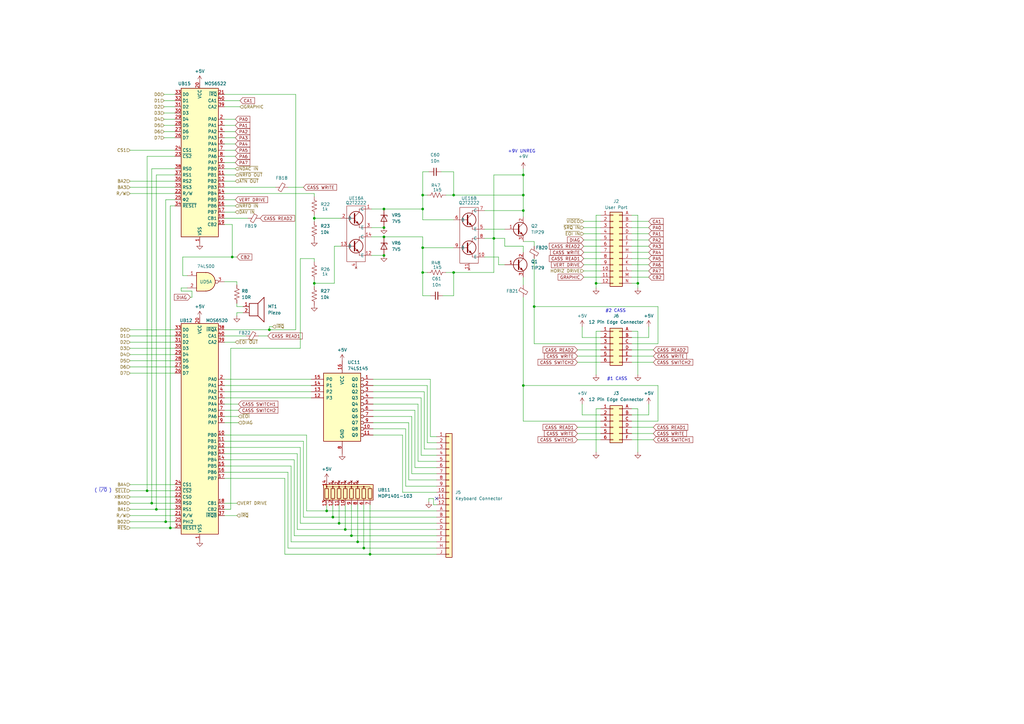
<source format=kicad_sch>
(kicad_sch (version 20250114) (generator "eeschema") (generator_version "9.0")
  (paper "A3")
  (title_block (title "Cassette & Keyboard") (rev "E") (company "Commodore") (comment 1 "Logic Diagram Universal PET") (comment 2 "8032081-03") (comment 3 "http://www.zimmers.net/anonftp/pub/cbm/schematics/computers/pet/univ/8032081-03.gif"))
  (text "+9V UNREG" (at 208.28 62.865 0) (effects (font (size 1.27 1.27)) (justify left bottom)))
  (text "#1 CASS" (at 248.92 156.21 0) (effects (font (size 1.27 1.27)) (justify left bottom)))
  (text "#2 CASS" (at 248.285 128.27 0) (effects (font (size 1.27 1.27)) (justify left bottom)))
  (text "( ~{I/O} )" (at 38.735 201.93 0) (effects (font (size 1.27 1.27)) (justify left bottom)))
  (junction (at 214.63 86.36))
  (junction (at 157.48 97.155))
  (junction (at 69.85 216.535))
  (junction (at 173.355 101.6))
  (junction (at 157.48 104.775))
  (junction (at 186.055 111.76))
  (junction (at 202.565 97.79))
  (junction (at 67.945 213.995))
  (junction (at 244.475 116.205))
  (junction (at 149.225 224.79))
  (junction (at 128.905 116.205))
  (junction (at 144.145 219.71))
  (junction (at 95.25 105.41))
  (junction (at 219.075 125.73))
  (junction (at 157.48 93.345))
  (junction (at 173.355 80.01))
  (junction (at 64.135 208.915))
  (junction (at 128.905 89.535))
  (junction (at 186.055 80.01))
  (junction (at 261.62 116.205))
  (junction (at 173.355 85.725))
  (junction (at 141.605 217.17))
  (junction (at 139.065 214.63))
  (junction (at 157.48 85.725))
  (junction (at 60.325 201.295))
  (junction (at 214.63 158.115))
  (junction (at 110.49 135.255))
  (junction (at 133.985 209.55))
  (junction (at 62.23 206.375))
  (junction (at 136.525 212.09))
  (junction (at 173.355 111.76))
  (junction (at 214.63 80.01))
  (junction (at 151.765 227.33))
  (junction (at 214.63 71.755))
  (junction (at 146.685 222.25))
  (no_connect (at 179.07 204.47))
  (wire (pts (xy 186.055 90.17) (xy 173.355 90.17)))
  (wire (pts (xy 261.62 167.64) (xy 259.08 167.64)))
  (wire (pts (xy 202.565 97.79) (xy 202.565 111.76)))
  (wire (pts (xy 67.31 51.435) (xy 71.755 51.435)))
  (wire (pts (xy 179.07 189.23) (xy 171.45 189.23)))
  (wire (pts (xy 244.475 167.64) (xy 244.475 185.42)))
  (wire (pts (xy 186.055 70.485) (xy 186.055 80.01)))
  (wire (pts (xy 167.64 196.85) (xy 179.07 196.85)))
  (wire (pts (xy 144.145 219.71) (xy 179.07 219.71)))
  (wire (pts (xy 175.895 70.485) (xy 173.355 70.485)))
  (wire (pts (xy 246.38 95.885) (xy 239.395 95.885)))
  (wire (pts (xy 175.895 204.47) (xy 175.895 205.74)))
  (wire (pts (xy 124.46 212.09) (xy 136.525 212.09)))
  (wire (pts (xy 198.755 105.41) (xy 204.47 105.41)))
  (wire (pts (xy 152.4 93.345) (xy 157.48 93.345)))
  (wire (pts (xy 182.88 111.76) (xy 186.055 111.76)))
  (wire (pts (xy 261.62 116.205) (xy 261.62 118.11)))
  (wire (pts (xy 92.075 158.115) (xy 127.635 158.115)))
  (wire (pts (xy 92.075 173.355) (xy 97.79 173.355)))
  (wire (pts (xy 53.34 208.915) (xy 64.135 208.915)))
  (wire (pts (xy 259.08 113.665) (xy 266.065 113.665)))
  (wire (pts (xy 186.055 111.76) (xy 202.565 111.76)))
  (wire (pts (xy 198.755 93.98) (xy 207.01 93.98)))
  (wire (pts (xy 118.11 193.675) (xy 92.075 193.675)))
  (wire (pts (xy 219.075 106.045) (xy 219.075 125.73)))
  (wire (pts (xy 177.8 204.47) (xy 175.895 204.47)))
  (wire (pts (xy 259.08 175.26) (xy 267.97 175.26)))
  (wire (pts (xy 92.075 208.915) (xy 94.615 208.915)))
  (wire (pts (xy 259.08 140.97) (xy 269.875 140.97)))
  (wire (pts (xy 173.355 97.155) (xy 157.48 97.155)))
  (wire (pts (xy 149.225 224.79) (xy 118.11 224.79)))
  (wire (pts (xy 97.155 115.57) (xy 92.075 115.57)))
  (wire (pts (xy 128.905 89.535) (xy 139.7 89.535)))
  (wire (pts (xy 202.565 97.79) (xy 207.01 97.79)))
  (wire (pts (xy 74.295 118.11) (xy 76.835 118.11)))
  (wire (pts (xy 202.565 71.755) (xy 214.63 71.755)))
  (wire (pts (xy 96.52 64.135) (xy 92.075 64.135)))
  (wire (pts (xy 236.855 148.59) (xy 246.38 148.59)))
  (wire (pts (xy 139.7 100.965) (xy 137.16 100.965)))
  (wire (pts (xy 244.475 135.89) (xy 244.475 153.67)))
  (wire (pts (xy 269.875 125.73) (xy 219.075 125.73)))
  (wire (pts (xy 92.075 170.815) (xy 97.79 170.815)))
  (wire (pts (xy 153.035 178.435) (xy 165.1 178.435)))
  (wire (pts (xy 179.07 179.07) (xy 176.53 179.07)))
  (wire (pts (xy 116.84 227.33) (xy 151.765 227.33)))
  (wire (pts (xy 96.52 48.895) (xy 92.075 48.895)))
  (wire (pts (xy 92.075 211.455) (xy 97.155 211.455)))
  (wire (pts (xy 133.985 207.01) (xy 133.985 209.55)))
  (wire (pts (xy 92.075 155.575) (xy 127.635 155.575)))
  (wire (pts (xy 246.38 90.805) (xy 239.395 90.805)))
  (wire (pts (xy 180.975 70.485) (xy 186.055 70.485)))
  (wire (pts (xy 74.93 105.41) (xy 95.25 105.41)))
  (wire (pts (xy 207.01 97.79) (xy 207.01 100.965)))
  (wire (pts (xy 74.93 113.03) (xy 74.93 105.41)))
  (wire (pts (xy 214.63 69.215) (xy 214.63 71.755)))
  (wire (pts (xy 219.075 140.97) (xy 246.38 140.97)))
  (wire (pts (xy 120.65 188.595) (xy 92.075 188.595)))
  (wire (pts (xy 62.23 69.215) (xy 62.23 206.375)))
  (wire (pts (xy 173.355 70.485) (xy 173.355 80.01)))
  (wire (pts (xy 96.52 81.915) (xy 92.075 81.915)))
  (wire (pts (xy 53.34 147.955) (xy 71.755 147.955)))
  (wire (pts (xy 173.99 184.15) (xy 173.99 160.655)))
  (wire (pts (xy 153.035 168.275) (xy 170.18 168.275)))
  (wire (pts (xy 92.075 137.795) (xy 100.965 137.795)))
  (wire (pts (xy 173.99 160.655) (xy 153.035 160.655)))
  (wire (pts (xy 259.08 177.8) (xy 267.97 177.8)))
  (wire (pts (xy 214.63 121.92) (xy 214.63 158.115)))
  (wire (pts (xy 173.355 121.285) (xy 173.355 111.76)))
  (wire (pts (xy 110.49 135.255) (xy 92.075 135.255)))
  (wire (pts (xy 244.475 118.11) (xy 244.475 116.205)))
  (wire (pts (xy 94.615 208.915) (xy 94.615 142.875)))
  (wire (pts (xy 153.035 163.195) (xy 172.72 163.195)))
  (wire (pts (xy 136.525 212.09) (xy 179.07 212.09)))
  (wire (pts (xy 259.08 180.34) (xy 267.97 180.34)))
  (wire (pts (xy 173.355 101.6) (xy 173.355 97.155)))
  (wire (pts (xy 177.8 207.01) (xy 177.8 204.47)))
  (wire (pts (xy 92.075 168.275) (xy 97.79 168.275)))
  (wire (pts (xy 246.38 135.89) (xy 244.475 135.89)))
  (wire (pts (xy 64.135 71.755) (xy 71.755 71.755)))
  (wire (pts (xy 266.065 133.985) (xy 266.065 138.43)))
  (wire (pts (xy 123.19 214.63) (xy 123.19 183.515)))
  (wire (pts (xy 67.31 43.815) (xy 71.755 43.815)))
  (wire (pts (xy 246.38 170.18) (xy 238.76 170.18)))
  (wire (pts (xy 128.905 114.935) (xy 128.905 116.205)))
  (wire (pts (xy 259.08 90.805) (xy 266.065 90.805)))
  (wire (pts (xy 214.63 158.115) (xy 269.875 158.115)))
  (wire (pts (xy 128.905 88.265) (xy 128.905 89.535)))
  (wire (pts (xy 236.855 177.8) (xy 246.38 177.8)))
  (wire (pts (xy 53.34 206.375) (xy 62.23 206.375)))
  (wire (pts (xy 152.4 97.155) (xy 157.48 97.155)))
  (wire (pts (xy 146.685 222.25) (xy 179.07 222.25)))
  (wire (pts (xy 168.91 194.31) (xy 168.91 170.815)))
  (wire (pts (xy 60.325 201.295) (xy 71.755 201.295)))
  (wire (pts (xy 96.52 74.295) (xy 92.075 74.295)))
  (wire (pts (xy 259.08 146.05) (xy 267.97 146.05)))
  (wire (pts (xy 92.075 178.435) (xy 125.73 178.435)))
  (wire (pts (xy 67.945 213.995) (xy 67.945 81.915)))
  (wire (pts (xy 175.26 80.01) (xy 173.355 80.01)))
  (wire (pts (xy 246.38 138.43) (xy 238.76 138.43)))
  (wire (pts (xy 92.075 79.375) (xy 128.905 79.375)))
  (wire (pts (xy 261.62 88.265) (xy 261.62 116.205)))
  (wire (pts (xy 214.63 71.755) (xy 214.63 80.01)))
  (wire (pts (xy 238.76 138.43) (xy 238.76 133.985)))
  (wire (pts (xy 96.52 53.975) (xy 92.075 53.975)))
  (wire (pts (xy 95.25 105.41) (xy 97.155 105.41)))
  (wire (pts (xy 171.45 189.23) (xy 171.45 165.735)))
  (wire (pts (xy 67.945 81.915) (xy 71.755 81.915)))
  (wire (pts (xy 67.31 46.355) (xy 71.755 46.355)))
  (wire (pts (xy 179.07 214.63) (xy 139.065 214.63)))
  (wire (pts (xy 246.38 98.425) (xy 239.395 98.425)))
  (wire (pts (xy 67.31 53.975) (xy 71.755 53.975)))
  (wire (pts (xy 175.26 181.61) (xy 179.07 181.61)))
  (wire (pts (xy 128.905 79.375) (xy 128.905 80.645)))
  (wire (pts (xy 176.53 155.575) (xy 153.035 155.575)))
  (wire (pts (xy 236.855 146.05) (xy 246.38 146.05)))
  (wire (pts (xy 53.34 198.755) (xy 71.755 198.755)))
  (wire (pts (xy 173.355 80.01) (xy 173.355 85.725)))
  (wire (pts (xy 236.855 143.51) (xy 246.38 143.51)))
  (wire (pts (xy 96.52 51.435) (xy 92.075 51.435)))
  (wire (pts (xy 179.07 224.79) (xy 149.225 224.79)))
  (wire (pts (xy 261.62 88.265) (xy 259.08 88.265)))
  (wire (pts (xy 207.01 100.965) (xy 214.63 100.965)))
  (wire (pts (xy 261.62 135.89) (xy 259.08 135.89)))
  (wire (pts (xy 238.76 170.18) (xy 238.76 165.735)))
  (wire (pts (xy 111.76 133.985) (xy 110.49 133.985)))
  (wire (pts (xy 53.34 216.535) (xy 69.85 216.535)))
  (wire (pts (xy 246.38 108.585) (xy 239.395 108.585)))
  (wire (pts (xy 152.4 85.725) (xy 157.48 85.725)))
  (wire (pts (xy 186.055 101.6) (xy 173.355 101.6)))
  (wire (pts (xy 149.225 207.01) (xy 149.225 224.79)))
  (wire (pts (xy 269.875 172.72) (xy 269.875 158.115)))
  (wire (pts (xy 67.31 48.895) (xy 71.755 48.895)))
  (wire (pts (xy 118.11 76.835) (xy 124.46 76.835)))
  (wire (pts (xy 92.075 206.375) (xy 97.155 206.375)))
  (wire (pts (xy 53.34 213.995) (xy 67.945 213.995)))
  (wire (pts (xy 204.47 105.41) (xy 204.47 108.585)))
  (wire (pts (xy 53.34 74.295) (xy 71.755 74.295)))
  (wire (pts (xy 146.685 207.01) (xy 146.685 222.25)))
  (wire (pts (xy 173.355 85.725) (xy 157.48 85.725)))
  (wire (pts (xy 179.07 184.15) (xy 173.99 184.15)))
  (wire (pts (xy 259.08 106.045) (xy 266.065 106.045)))
  (wire (pts (xy 151.765 207.01) (xy 151.765 227.33)))
  (wire (pts (xy 120.65 219.71) (xy 120.65 188.595)))
  (wire (pts (xy 259.08 93.345) (xy 266.065 93.345)))
  (wire (pts (xy 92.075 43.815) (xy 98.425 43.815)))
  (wire (pts (xy 214.63 99.06) (xy 219.075 99.06)))
  (wire (pts (xy 166.37 175.895) (xy 153.035 175.895)))
  (wire (pts (xy 116.84 196.215) (xy 116.84 227.33)))
  (wire (pts (xy 97.155 125.73) (xy 97.155 124.46)))
  (wire (pts (xy 269.875 140.97) (xy 269.875 125.73)))
  (wire (pts (xy 246.38 167.64) (xy 244.475 167.64)))
  (wire (pts (xy 53.34 76.835) (xy 71.755 76.835)))
  (wire (pts (xy 67.31 41.275) (xy 71.755 41.275)))
  (wire (pts (xy 176.53 179.07) (xy 176.53 155.575)))
  (wire (pts (xy 124.46 180.975) (xy 124.46 212.09)))
  (wire (pts (xy 246.38 100.965) (xy 239.395 100.965)))
  (wire (pts (xy 186.055 80.01) (xy 214.63 80.01)))
  (wire (pts (xy 53.34 142.875) (xy 71.755 142.875)))
  (wire (pts (xy 119.38 222.25) (xy 146.685 222.25)))
  (wire (pts (xy 123.19 183.515) (xy 92.075 183.515)))
  (wire (pts (xy 173.355 90.17) (xy 173.355 85.725)))
  (wire (pts (xy 92.075 180.975) (xy 124.46 180.975)))
  (wire (pts (xy 266.065 170.18) (xy 259.08 170.18)))
  (wire (pts (xy 214.63 100.965) (xy 214.63 103.505)))
  (wire (pts (xy 173.355 101.6) (xy 173.355 111.76)))
  (wire (pts (xy 92.075 160.655) (xy 127.635 160.655)))
  (wire (pts (xy 246.38 93.345) (xy 239.395 93.345)))
  (wire (pts (xy 153.035 173.355) (xy 167.64 173.355)))
  (wire (pts (xy 96.52 61.595) (xy 92.075 61.595)))
  (wire (pts (xy 261.62 153.67) (xy 261.62 135.89)))
  (wire (pts (xy 137.16 100.965) (xy 137.16 116.205)))
  (wire (pts (xy 53.34 145.415) (xy 71.755 145.415)))
  (wire (pts (xy 125.73 178.435) (xy 125.73 209.55)))
  (wire (pts (xy 53.34 79.375) (xy 71.755 79.375)))
  (wire (pts (xy 139.065 207.01) (xy 139.065 214.63)))
  (wire (pts (xy 259.08 100.965) (xy 266.065 100.965)))
  (wire (pts (xy 92.075 191.135) (xy 119.38 191.135)))
  (wire (pts (xy 120.65 219.71) (xy 144.145 219.71)))
  (wire (pts (xy 92.075 38.735) (xy 121.285 38.735)))
  (wire (pts (xy 144.145 207.01) (xy 144.145 219.71)))
  (wire (pts (xy 69.85 216.535) (xy 71.755 216.535)))
  (wire (pts (xy 96.52 66.675) (xy 92.075 66.675)))
  (wire (pts (xy 121.92 186.055) (xy 121.92 217.17)))
  (wire (pts (xy 64.135 208.915) (xy 71.755 208.915)))
  (wire (pts (xy 259.08 108.585) (xy 266.065 108.585)))
  (wire (pts (xy 96.52 84.455) (xy 92.075 84.455)))
  (wire (pts (xy 259.08 116.205) (xy 261.62 116.205)))
  (wire (pts (xy 198.755 86.36) (xy 214.63 86.36)))
  (wire (pts (xy 214.63 158.115) (xy 214.63 172.72)))
  (wire (pts (xy 172.72 163.195) (xy 172.72 186.69)))
  (wire (pts (xy 60.325 201.295) (xy 60.325 64.135)))
  (wire (pts (xy 167.64 173.355) (xy 167.64 196.85)))
  (wire (pts (xy 99.695 128.27) (xy 97.155 128.27)))
  (wire (pts (xy 96.52 71.755) (xy 92.075 71.755)))
  (wire (pts (xy 78.105 121.92) (xy 78.74 121.92)))
  (wire (pts (xy 64.135 208.915) (xy 64.135 71.755)))
  (wire (pts (xy 92.075 196.215) (xy 116.84 196.215)))
  (wire (pts (xy 62.23 69.215) (xy 71.755 69.215)))
  (wire (pts (xy 244.475 116.205) (xy 244.475 88.265)))
  (wire (pts (xy 179.07 194.31) (xy 168.91 194.31)))
  (wire (pts (xy 60.325 64.135) (xy 71.755 64.135)))
  (wire (pts (xy 137.16 116.205) (xy 128.905 116.205)))
  (wire (pts (xy 110.49 133.985) (xy 110.49 135.255)))
  (wire (pts (xy 246.38 111.125) (xy 239.395 111.125)))
  (wire (pts (xy 153.035 158.115) (xy 175.26 158.115)))
  (wire (pts (xy 179.07 199.39) (xy 166.37 199.39)))
  (wire (pts (xy 139.065 214.63) (xy 123.19 214.63)))
  (wire (pts (xy 244.475 116.205) (xy 246.38 116.205)))
  (wire (pts (xy 141.605 207.01) (xy 141.605 217.17)))
  (wire (pts (xy 259.08 95.885) (xy 266.065 95.885)))
  (wire (pts (xy 133.985 209.55) (xy 179.07 209.55)))
  (wire (pts (xy 236.855 175.26) (xy 246.38 175.26)))
  (wire (pts (xy 246.38 113.665) (xy 239.395 113.665)))
  (wire (pts (xy 62.23 206.375) (xy 71.755 206.375)))
  (wire (pts (xy 259.08 98.425) (xy 266.065 98.425)))
  (wire (pts (xy 219.075 99.06) (xy 219.075 100.965)))
  (wire (pts (xy 244.475 88.265) (xy 246.38 88.265)))
  (wire (pts (xy 170.18 168.275) (xy 170.18 191.77)))
  (wire (pts (xy 67.31 56.515) (xy 71.755 56.515)))
  (wire (pts (xy 53.34 137.795) (xy 71.755 137.795)))
  (wire (pts (xy 173.355 111.76) (xy 175.26 111.76)))
  (wire (pts (xy 214.63 113.665) (xy 214.63 116.84)))
  (wire (pts (xy 53.34 135.255) (xy 71.755 135.255)))
  (wire (pts (xy 53.34 203.835) (xy 71.755 203.835)))
  (wire (pts (xy 136.525 207.01) (xy 136.525 212.09)))
  (wire (pts (xy 246.38 106.045) (xy 239.395 106.045)))
  (wire (pts (xy 182.88 80.01) (xy 186.055 80.01)))
  (wire (pts (xy 67.31 38.735) (xy 71.755 38.735)))
  (wire (pts (xy 123.19 142.875) (xy 123.19 106.045)))
  (wire (pts (xy 128.905 116.205) (xy 128.905 117.475)))
  (wire (pts (xy 214.63 86.36) (xy 214.63 88.9)))
  (wire (pts (xy 106.045 137.795) (xy 109.855 137.795)))
  (wire (pts (xy 171.45 165.735) (xy 153.035 165.735)))
  (wire (pts (xy 179.07 207.01) (xy 177.8 207.01)))
  (wire (pts (xy 92.075 41.275) (xy 98.425 41.275)))
  (wire (pts (xy 97.155 128.27) (xy 97.155 129.54)))
  (wire (pts (xy 121.285 135.255) (xy 110.49 135.255)))
  (wire (pts (xy 259.08 111.125) (xy 266.065 111.125)))
  (wire (pts (xy 165.1 201.93) (xy 179.07 201.93)))
  (wire (pts (xy 168.91 170.815) (xy 153.035 170.815)))
  (wire (pts (xy 121.285 38.735) (xy 121.285 135.255)))
  (wire (pts (xy 219.075 125.73) (xy 219.075 140.97)))
  (wire (pts (xy 170.18 191.77) (xy 179.07 191.77)))
  (wire (pts (xy 97.155 116.84) (xy 97.155 115.57)))
  (wire (pts (xy 204.47 108.585) (xy 207.01 108.585)))
  (wire (pts (xy 94.615 142.875) (xy 123.19 142.875)))
  (wire (pts (xy 67.945 213.995) (xy 71.755 213.995)))
  (wire (pts (xy 202.565 97.79) (xy 198.755 97.79)))
  (wire (pts (xy 74.295 119.38) (xy 74.295 118.11)))
  (wire (pts (xy 151.765 227.33) (xy 179.07 227.33)))
  (wire (pts (xy 176.53 121.285) (xy 173.355 121.285)))
  (wire (pts (xy 128.905 89.535) (xy 128.905 90.805)))
  (wire (pts (xy 266.065 165.735) (xy 266.065 170.18)))
  (wire (pts (xy 236.855 180.34) (xy 246.38 180.34)))
  (wire (pts (xy 95.25 105.41) (xy 95.25 92.075)))
  (wire (pts (xy 175.26 158.115) (xy 175.26 181.61)))
  (wire (pts (xy 92.075 89.535) (xy 101.6 89.535)))
  (wire (pts (xy 214.63 172.72) (xy 246.38 172.72)))
  (wire (pts (xy 92.075 140.335) (xy 96.52 140.335)))
  (wire (pts (xy 53.34 150.495) (xy 71.755 150.495)))
  (wire (pts (xy 259.08 148.59) (xy 267.97 148.59)))
  (wire (pts (xy 53.34 153.035) (xy 71.755 153.035)))
  (wire (pts (xy 53.34 140.335) (xy 71.755 140.335)))
  (wire (pts (xy 69.85 84.455) (xy 69.85 216.535)))
  (wire (pts (xy 76.835 113.03) (xy 74.93 113.03)))
  (wire (pts (xy 92.075 76.835) (xy 113.03 76.835)))
  (wire (pts (xy 96.52 86.995) (xy 92.075 86.995)))
  (wire (pts (xy 95.25 92.075) (xy 92.075 92.075)))
  (wire (pts (xy 53.34 201.295) (xy 60.325 201.295)))
  (wire (pts (xy 259.08 143.51) (xy 267.97 143.51)))
  (wire (pts (xy 96.52 56.515) (xy 92.075 56.515)))
  (wire (pts (xy 53.34 211.455) (xy 71.755 211.455)))
  (wire (pts (xy 71.755 84.455) (xy 69.85 84.455)))
  (wire (pts (xy 92.075 163.195) (xy 127.635 163.195)))
  (wire (pts (xy 128.905 106.045) (xy 128.905 107.315)))
  (wire (pts (xy 246.38 103.505) (xy 239.395 103.505)))
  (wire (pts (xy 53.34 61.595) (xy 71.755 61.595)))
  (wire (pts (xy 214.63 80.01) (xy 214.63 86.36)))
  (wire (pts (xy 92.075 186.055) (xy 121.92 186.055)))
  (wire (pts (xy 99.695 125.73) (xy 97.155 125.73)))
  (wire (pts (xy 259.08 172.72) (xy 269.875 172.72)))
  (wire (pts (xy 96.52 69.215) (xy 92.075 69.215)))
  (wire (pts (xy 78.74 121.92) (xy 78.74 119.38)))
  (wire (pts (xy 172.72 186.69) (xy 179.07 186.69)))
  (wire (pts (xy 259.08 103.505) (xy 266.065 103.505)))
  (wire (pts (xy 152.4 104.775) (xy 157.48 104.775)))
  (wire (pts (xy 123.19 106.045) (xy 128.905 106.045)))
  (wire (pts (xy 166.37 199.39) (xy 166.37 175.895)))
  (wire (pts (xy 78.74 119.38) (xy 74.295 119.38)))
  (wire (pts (xy 92.075 165.735) (xy 97.79 165.735)))
  (wire (pts (xy 141.605 217.17) (xy 179.07 217.17)))
  (wire (pts (xy 165.1 178.435) (xy 165.1 201.93)))
  (wire (pts (xy 119.38 191.135) (xy 119.38 222.25)))
  (wire (pts (xy 186.055 121.285) (xy 186.055 111.76)))
  (wire (pts (xy 202.565 97.79) (xy 202.565 71.755)))
  (wire (pts (xy 121.92 217.17) (xy 141.605 217.17)))
  (wire (pts (xy 118.11 224.79) (xy 118.11 193.675)))
  (wire (pts (xy 125.73 209.55) (xy 133.985 209.55)))
  (wire (pts (xy 181.61 121.285) (xy 186.055 121.285)))
  (wire (pts (xy 266.065 138.43) (xy 259.08 138.43)))
  (wire (pts (xy 96.52 59.055) (xy 92.075 59.055)))
  (wire (pts (xy 261.62 185.42) (xy 261.62 167.64)))
  (global_label "PA0" (shape input) (at 266.065 93.345 0) (property "Intersheetrefs" "${INTERSHEET_REFS}" (effects (hide yes))))
  (global_label "PA6" (shape input) (at 96.52 64.135 0) (property "Intersheetrefs" "${INTERSHEET_REFS}" (effects (hide yes))))
  (global_label "PA4" (shape input) (at 96.52 59.055 0) (property "Intersheetrefs" "${INTERSHEET_REFS}" (effects (hide yes))))
  (global_label "CB2" (shape input) (at 97.155 105.41 0) (property "Intersheetrefs" "${INTERSHEET_REFS}" (effects (hide yes))))
  (global_label "CASS SWITCH1" (shape input) (at 267.97 180.34 0) (property "Intersheetrefs" "${INTERSHEET_REFS}" (effects (hide yes))))
  (global_label "CASS SWITCH2" (shape input) (at 236.855 148.59 180) (property "Intersheetrefs" "${INTERSHEET_REFS}" (effects (hide yes))))
  (global_label "PA5" (shape input) (at 96.52 61.595 0) (property "Intersheetrefs" "${INTERSHEET_REFS}" (effects (hide yes))))
  (global_label "CASS WRITE" (shape input) (at 267.97 146.05 0) (property "Intersheetrefs" "${INTERSHEET_REFS}" (effects (hide yes))))
  (global_label "PA1" (shape input) (at 266.065 95.885 0) (property "Intersheetrefs" "${INTERSHEET_REFS}" (effects (hide yes))))
  (global_label "PA0" (shape input) (at 96.52 48.895 0) (property "Intersheetrefs" "${INTERSHEET_REFS}" (effects (hide yes))))
  (global_label "PA3" (shape input) (at 266.065 100.965 0) (property "Intersheetrefs" "${INTERSHEET_REFS}" (effects (hide yes))))
  (global_label "PA5" (shape input) (at 266.065 106.045 0) (property "Intersheetrefs" "${INTERSHEET_REFS}" (effects (hide yes))))
  (global_label "PA3" (shape input) (at 96.52 56.515 0) (property "Intersheetrefs" "${INTERSHEET_REFS}" (effects (hide yes))))
  (global_label "CASS SWITCH2" (shape input) (at 97.79 168.275 0) (property "Intersheetrefs" "${INTERSHEET_REFS}" (effects (hide yes))))
  (global_label "PA7" (shape input) (at 96.52 66.675 0) (property "Intersheetrefs" "${INTERSHEET_REFS}" (effects (hide yes))))
  (global_label "DIAG" (shape input) (at 78.105 121.92 180) (property "Intersheetrefs" "${INTERSHEET_REFS}" (effects (hide yes))))
  (global_label "CASS SWITCH2" (shape input) (at 267.97 148.59 0) (property "Intersheetrefs" "${INTERSHEET_REFS}" (effects (hide yes))))
  (global_label "CASS SWITCH1" (shape input) (at 236.855 180.34 180) (property "Intersheetrefs" "${INTERSHEET_REFS}" (effects (hide yes))))
  (global_label "GRAPHIC" (shape input) (at 239.395 113.665 180) (property "Intersheetrefs" "${INTERSHEET_REFS}" (effects (hide yes))))
  (global_label "CASS WRITE" (shape input) (at 267.97 177.8 0) (property "Intersheetrefs" "${INTERSHEET_REFS}" (effects (hide yes))))
  (global_label "CA1" (shape input) (at 98.425 41.275 0) (property "Intersheetrefs" "${INTERSHEET_REFS}" (effects (hide yes))))
  (global_label "PA2" (shape input) (at 266.065 98.425 0) (property "Intersheetrefs" "${INTERSHEET_REFS}" (effects (hide yes))))
  (global_label "CA1" (shape input) (at 266.065 90.805 0) (property "Intersheetrefs" "${INTERSHEET_REFS}" (effects (hide yes))))
  (global_label "DIAG" (shape input) (at 239.395 98.425 180) (property "Intersheetrefs" "${INTERSHEET_REFS}" (effects (hide yes))))
  (global_label "PA6" (shape input) (at 266.065 108.585 0) (property "Intersheetrefs" "${INTERSHEET_REFS}" (effects (hide yes))))
  (global_label "CASS READ2" (shape input) (at 267.97 143.51 0) (property "Intersheetrefs" "${INTERSHEET_REFS}" (effects (hide yes))))
  (global_label "CASS READ2" (shape input) (at 236.855 143.51 180) (property "Intersheetrefs" "${INTERSHEET_REFS}" (effects (hide yes))))
  (global_label "CASS WRITE" (shape input) (at 124.46 76.835 0) (property "Intersheetrefs" "${INTERSHEET_REFS}" (effects (hide yes))))
  (global_label "CASS READ1" (shape input) (at 236.855 175.26 180) (property "Intersheetrefs" "${INTERSHEET_REFS}" (effects (hide yes))))
  (global_label "CASS READ2" (shape input) (at 106.68 89.535 0) (property "Intersheetrefs" "${INTERSHEET_REFS}" (effects (hide yes))))
  (global_label "CASS SWITCH1" (shape input) (at 97.79 165.735 0) (property "Intersheetrefs" "${INTERSHEET_REFS}" (effects (hide yes))))
  (global_label "CASS READ2" (shape input) (at 239.395 100.965 180) (property "Intersheetrefs" "${INTERSHEET_REFS}" (effects (hide yes))))
  (global_label "VERT DRIVE" (shape input) (at 96.52 81.915 0) (property "Intersheetrefs" "${INTERSHEET_REFS}" (effects (hide yes))))
  (global_label "CASS READ1" (shape input) (at 239.395 106.045 180) (property "Intersheetrefs" "${INTERSHEET_REFS}" (effects (hide yes))))
  (global_label "PA2" (shape input) (at 96.52 53.975 0) (property "Intersheetrefs" "${INTERSHEET_REFS}" (effects (hide yes))))
  (global_label "PA7" (shape input) (at 266.065 111.125 0) (property "Intersheetrefs" "${INTERSHEET_REFS}" (effects (hide yes))))
  (global_label "CASS WRITE" (shape input) (at 239.395 103.505 180) (property "Intersheetrefs" "${INTERSHEET_REFS}" (effects (hide yes))))
  (global_label "PA4" (shape input) (at 266.065 103.505 0) (property "Intersheetrefs" "${INTERSHEET_REFS}" (effects (hide yes))))
  (global_label "CASS READ1" (shape input) (at 267.97 175.26 0) (property "Intersheetrefs" "${INTERSHEET_REFS}" (effects (hide yes))))
  (global_label "VERT DRIVE" (shape input) (at 239.395 108.585 180) (property "Intersheetrefs" "${INTERSHEET_REFS}" (effects (hide yes))))
  (global_label "CASS WRITE" (shape input) (at 236.855 177.8 180) (property "Intersheetrefs" "${INTERSHEET_REFS}" (effects (hide yes))))
  (global_label "CB2" (shape input) (at 266.065 113.665 0) (property "Intersheetrefs" "${INTERSHEET_REFS}" (effects (hide yes))))
  (global_label "CASS WRITE" (shape input) (at 236.855 146.05 180) (property "Intersheetrefs" "${INTERSHEET_REFS}" (effects (hide yes))))
  (global_label "CASS READ1" (shape input) (at 109.855 137.795 0) (property "Intersheetrefs" "${INTERSHEET_REFS}" (effects (hide yes))))
  (global_label "PA1" (shape input) (at 96.52 51.435 0) (property "Intersheetrefs" "${INTERSHEET_REFS}" (effects (hide yes))))
  (hierarchical_label "BA2" (shape input) (at 53.34 74.295 180))
  (hierarchical_label "D2" (shape input) (at 67.31 43.815 180))
  (hierarchical_label "D0" (shape input) (at 67.31 38.735 180))
  (hierarchical_label "BA1" (shape input) (at 53.34 208.915 180))
  (hierarchical_label "D3" (shape input) (at 53.34 142.875 180))
  (hierarchical_label "R{slash}W" (shape input) (at 53.34 79.375 180))
  (hierarchical_label "~{RES}" (shape input) (at 53.34 216.535 180))
  (hierarchical_label "HORIZ DRIVE" (shape input) (at 239.395 111.125 180))
  (hierarchical_label "~{IRQ}" (shape input) (at 97.155 211.455 0))
  (hierarchical_label "R{slash}W" (shape input) (at 53.34 211.455 180))
  (hierarchical_label "~{NRFD OUT}" (shape input) (at 96.52 71.755 0))
  (hierarchical_label "D6" (shape input) (at 67.31 53.975 180))
  (hierarchical_label "~{NDAC IN}" (shape input) (at 96.52 69.215 0))
  (hierarchical_label "D4" (shape input) (at 67.31 48.895 180))
  (hierarchical_label "X8XX" (shape input) (at 53.34 203.835 180))
  (hierarchical_label "~{EOI IN}" (shape input) (at 239.395 95.885 180))
  (hierarchical_label "~{EOI}" (shape input) (at 97.79 170.815 0))
  (hierarchical_label "GRAPHIC" (shape input) (at 98.425 43.815 0))
  (hierarchical_label "D3" (shape input) (at 67.31 46.355 180))
  (hierarchical_label "D0" (shape input) (at 53.34 135.255 180))
  (hierarchical_label "D1" (shape input) (at 67.31 41.275 180))
  (hierarchical_label "~{EOI OUT}" (shape input) (at 96.52 140.335 0))
  (hierarchical_label "D4" (shape input) (at 53.34 145.415 180))
  (hierarchical_label "~{NRFD IN}" (shape input) (at 96.52 84.455 0))
  (hierarchical_label "CS1" (shape input) (at 53.34 61.595 180))
  (hierarchical_label "D1" (shape input) (at 53.34 137.795 180))
  (hierarchical_label "D5" (shape input) (at 53.34 147.955 180))
  (hierarchical_label "~{DAV IN}" (shape input) (at 96.52 86.995 0))
  (hierarchical_label "~{ATN OUT}" (shape input) (at 96.52 74.295 0))
  (hierarchical_label "VERT DRIVE" (shape input) (at 97.155 206.375 0))
  (hierarchical_label "~{SELE}" (shape input) (at 53.34 201.295 180))
  (hierarchical_label "DIAG" (shape input) (at 97.79 173.355 0))
  (hierarchical_label "BA4" (shape input) (at 53.34 198.755 180))
  (hierarchical_label "D7" (shape input) (at 67.31 56.515 180))
  (hierarchical_label "D5" (shape input) (at 67.31 51.435 180))
  (hierarchical_label "~{IRQ}" (shape input) (at 111.76 133.985 0))
  (hierarchical_label "~{VIDEO}" (shape input) (at 239.395 90.805 180))
  (hierarchical_label "B02" (shape input) (at 53.34 213.995 180))
  (hierarchical_label "D7" (shape input) (at 53.34 153.035 180))
  (hierarchical_label "D6" (shape input) (at 53.34 150.495 180))
  (hierarchical_label "BA0" (shape input) (at 53.34 206.375 180))
  (hierarchical_label "D2" (shape input) (at 53.34 140.335 180))
  (hierarchical_label "~{SRQ IN}" (shape input) (at 239.395 93.345 180))
  (hierarchical_label "BA3" (shape input) (at 53.34 76.835 180))
  (symbol (lib_id "Transistors:Q2T2222") (at 147.32 94.615 0) (unit 1)
    (property "Reference" "UE16" (at 146.05 81.28 0))
    (property "Value" "Q2T2222" (at 146.05 83.185 0))
    (property "Footprint" "Package_DIP:DIP-14_W7.62mm" (effects (hide yes)))
  )
  (symbol (lib_id "power:GND") (at 97.155 129.54 0) (unit 1)
    (property "Reference" "#PWR0122" (effects (hide yes)))
    (property "Value" "GND" (effects (hide yes)))
  )
  (symbol (lib_id "power:GND") (at 244.475 118.11 0) (unit 1)
    (property "Reference" "#PWR0130" (effects (hide yes)))
    (property "Value" "GND" (effects (hide yes)))
  )
  (symbol (lib_id "Connectors:Conn_02x12_Edge_Connector") (at 251.46 100.965 0) (unit 1) (in_bom no)
    (property "Reference" "J2" (at 252.73 82.55 0))
    (property "Value" "User Port" (at 252.73 85.09 0))
    (property "Footprint" "Connectors:24 Edge Connector (J2)" (effects (hide yes)))
  )
  (symbol (lib_id "power:+9V") (at 214.63 69.215 0) (unit 1)
    (property "Reference" "#PWR0128" (effects (hide yes)))
    (property "Value" "+9V" (at 214.63 64.135 0))
  )
  (symbol (lib_id "MOS:MOS6520") (at 81.915 168.275 0) (unit 1)
    (property "Reference" "UB12" (at 73.66 131.445 0) (effects (justify left)))
    (property "Value" "MOS6520" (at 84.455 131.445 0) (effects (justify left)))
    (property "Footprint" "Package_DIP:DIP-40_W15.24mm" (effects (hide yes)))
  )
  (symbol (lib_id "power:+5V") (at 81.915 33.655 0) (unit 1)
    (property "Reference" "#PWR0121" (effects (hide yes)))
    (property "Value" "+5V" (at 81.915 29.21 0))
  )
  (symbol (lib_id "Device:R_US") (at 128.905 84.455 0) (unit 1)
    (property "Reference" "R22" (at 131.445 83.82 0) (effects (justify left)))
    (property "Value" "1k" (at 132.08 85.725 0) (effects (justify left)))
    (property "Footprint" "Resistors:R_Axial" (effects (hide yes)))
  )
  (symbol (lib_id "Device:FerriteBead_Small") (at 219.075 103.505 180) (unit 1)
    (property "Reference" "FB20" (at 219.71 101.6 0) (effects (justify right)))
    (property "Value" "Ferrite Bead" (effects (hide yes)))
    (property "Footprint" "Ferrite:FerriteBead" (effects (hide yes)))
  )
  (symbol (lib_id "power:GND") (at 157.48 104.775 0) (unit 1)
    (property "Reference" "#PWR0124" (effects (hide yes)))
    (property "Value" "GND" (effects (hide yes)))
  )
  (symbol (lib_id "power:+5V") (at 81.915 130.175 0) (unit 1)
    (property "Reference" "#PWR0120" (effects (hide yes)))
    (property "Value" "+5V" (at 81.915 125.73 0))
  )
  (symbol (lib_id "Device:R_US") (at 128.905 94.615 0) (unit 1)
    (property "Reference" "R23" (at 131.445 92.71 0) (effects (justify left)))
    (property "Value" "10k" (at 131.445 95.25 0) (effects (justify left)))
    (property "Footprint" "Resistors:R_Axial" (effects (hide yes)))
  )
  (symbol (lib_id "Device:D_Zener") (at 157.48 89.535 270) (unit 1)
    (property "Reference" "VR5" (at 160.655 88.265 90) (effects (justify left)))
    (property "Value" "7V5" (at 160.655 90.805 90) (effects (justify left)))
    (property "Footprint" "Resistors:R_Axial" (effects (hide yes)))
  )
  (symbol (lib_id "Device:R_US") (at 97.155 120.65 0) (unit 1)
    (property "Reference" "R8" (at 99.06 119.38 0) (effects (justify left)))
    (property "Value" "10R" (at 99.06 121.92 0) (effects (justify left)))
    (property "Footprint" "Resistors:R_Axial" (effects (hide yes)))
  )
  (symbol (lib_id "Device:FerriteBead_Small") (at 214.63 119.38 180) (unit 1)
    (property "Reference" "FB21" (at 207.645 119.38 0) (effects (justify right)))
    (property "Value" "Ferrite Bead" (effects (hide yes)))
    (property "Footprint" "Ferrite:FerriteBead" (effects (hide yes)))
  )
  (symbol (lib_id "Device:C_Small") (at 178.435 70.485 90) (unit 1)
    (property "Reference" "C60" (at 178.4413 63.5 90))
    (property "Value" "10n" (at 178.4413 66.04 90))
    (property "Footprint" "Capacitors:C_Axial" (effects (hide yes)))
  )
  (symbol (lib_id "74xx:74LS145") (at 140.335 165.735 0) (unit 1)
    (property "Reference" "UC11" (at 142.5291 148.59 0) (effects (justify left)))
    (property "Value" "74LS145" (at 142.5291 151.13 0) (effects (justify left)))
    (property "Footprint" "Package_DIP:DIP-16_W7.62mm" (effects (hide yes)))
    (property "Datasheet" "http://www.ti.com/lit/gpn/sn74LS145" (effects (hide yes)))
  )
  (symbol (lib_id "Transistors:Q2T2222") (at 193.675 95.25 0) (unit 2)
    (property "Reference" "UE16" (at 192.405 81.28 0))
    (property "Value" "Q2T2222" (at 192.405 83.185 0))
    (property "Footprint" "Package_DIP:DIP-14_W7.62mm" (effects (hide yes)))
  )
  (symbol (lib_id "Device:R_US") (at 179.07 111.76 270) (unit 1)
    (property "Reference" "R48" (at 176.784 107.823 90) (effects (justify left)))
    (property "Value" "1k5" (at 177.546 109.601 90) (effects (justify left)))
    (property "Footprint" "Resistors:R_Axial" (effects (hide yes)))
  )
  (symbol (lib_id "power:GND") (at 261.62 153.67 0) (unit 1)
    (property "Reference" "#PWR0132" (effects (hide yes)))
    (property "Value" "GND" (effects (hide yes)))
  )
  (symbol (lib_id "Device:FerriteBead_Small") (at 104.14 89.535 90) (unit 1)
    (property "Reference" "FB19" (at 102.87 92.71 90))
    (property "Value" "Ferrite Bead" (effects (hide yes)))
    (property "Footprint" "Ferrite:FerriteBead" (effects (hide yes)))
  )
  (symbol (lib_id "power:GND") (at 81.915 221.615 0) (unit 1)
    (property "Reference" "#PWR0119" (effects (hide yes)))
    (property "Value" "GND" (effects (hide yes)))
  )
  (symbol (lib_id "Device:R_US") (at 128.905 111.125 0) (unit 1)
    (property "Reference" "R26" (at 131.445 110.49 0) (effects (justify left)))
    (property "Value" "1k" (at 132.08 112.395 0) (effects (justify left)))
    (property "Footprint" "Resistors:R_Axial" (effects (hide yes)))
  )
  (symbol (lib_id "Device:FerriteBead_Small") (at 115.57 76.835 90) (unit 1)
    (property "Reference" "FB18" (at 115.5319 73.025 90))
    (property "Value" "Ferrite Bead" (effects (hide yes)))
    (property "Footprint" "Ferrite:FerriteBead" (effects (hide yes)))
  )
  (symbol (lib_id "Resistors:R_Network08") (at 144.145 201.93 0) (unit 1)
    (property "Reference" "UB11" (at 154.94 200.914 0) (effects (justify left)))
    (property "Value" "MDP1401-103" (at 154.94 203.454 0) (effects (justify left)))
    (property "Footprint" "Package_DIP:DIP-14_W7.62mm" (effects (hide yes)))
  )
  (symbol (lib_id "Device:R_US") (at 128.905 121.285 0) (unit 1)
    (property "Reference" "R27" (at 131.445 119.38 0) (effects (justify left)))
    (property "Value" "10k" (at 131.445 121.92 0) (effects (justify left)))
    (property "Footprint" "Resistors:R_Axial" (effects (hide yes)))
  )
  (symbol (lib_id "power:GND") (at 244.475 185.42 0) (unit 1)
    (property "Reference" "#PWR0135" (effects (hide yes)))
    (property "Value" "GND" (effects (hide yes)))
  )
  (symbol (lib_id "Device:R_US") (at 179.07 80.01 270) (unit 1)
    (property "Reference" "R47" (at 176.784 76.073 90) (effects (justify left)))
    (property "Value" "1k5" (at 177.546 77.851 90) (effects (justify left)))
    (property "Footprint" "Resistors:R_Axial" (effects (hide yes)))
  )
  (symbol (lib_id "power:+5V") (at 238.76 133.985 0) (unit 1)
    (property "Reference" "#PWR0133" (effects (hide yes)))
    (property "Value" "+5V" (at 238.76 129.54 0))
  )
  (symbol (lib_id "MOS:MOS6522") (at 81.915 71.755 0) (unit 1)
    (property "Reference" "UB15" (at 73.025 34.29 0) (effects (justify left)))
    (property "Value" "MOS6522" (at 83.82 34.29 0) (effects (justify left)))
    (property "Footprint" "Package_DIP:DIP-40_W15.24mm" (effects (hide yes)))
  )
  (symbol (lib_id "power:+5V") (at 266.065 133.985 0) (unit 1)
    (property "Reference" "#PWR0134" (effects (hide yes)))
    (property "Value" "+5V" (at 266.065 129.54 0))
  )
  (symbol (lib_id "power:+5V") (at 266.065 165.735 0) (unit 1)
    (property "Reference" "#PWR0138" (effects (hide yes)))
    (property "Value" "+5V" (at 266.065 161.29 0))
  )
  (symbol (lib_id "power:GND") (at 175.895 205.74 0) (unit 1)
    (property "Reference" "#PWR0141" (effects (hide yes)))
    (property "Value" "GND" (effects (hide yes)))
  )
  (symbol (lib_id "power:+5V") (at 133.985 196.85 0) (unit 1)
    (property "Reference" "#PWR0142" (effects (hide yes)))
    (property "Value" "+5V" (at 133.985 192.405 0))
  )
  (symbol (lib_id "Connector_Generic:Conn_01x20") (at 184.15 201.93 0) (unit 1)
    (property "Reference" "J5" (at 186.69 201.93 0) (effects (justify left)))
    (property "Value" "Keyboard Connector" (at 186.69 204.47 0) (effects (justify left)))
    (property "Footprint" "Connectors:20 Pin Connector (J5)" (effects (hide yes)))
  )
  (symbol (lib_id "Transistor_BJT:2SD1047") (at 212.09 108.585 0) (unit 1)
    (property "Reference" "Q1" (at 217.805 107.315 0) (effects (justify left)))
    (property "Value" "TIP29" (at 217.805 109.855 0) (effects (justify left)))
    (property "Footprint" "Transistors:TO-220-3_Horizontal_TabDown" (effects (hide yes)))
    (property "Datasheet" "http://www.st.com/resource/en/datasheet/2sd1047.pdf" (effects (hide yes)))
  )
  (symbol (lib_id "74xx:74LS00") (at 84.455 115.57 0) (unit 1)
    (property "Reference" "UD5" (at 84.455 115.57 0))
    (property "Value" "74LS00" (at 84.4467 109.22 0))
    (property "Footprint" "Package_DIP:DIP-14_W7.62mm" (effects (hide yes)))
    (property "Datasheet" "http://www.ti.com/lit/gpn/sn74ls00" (effects (hide yes)))
  )
  (symbol (lib_id "power:GND") (at 81.915 99.695 0) (unit 1)
    (property "Reference" "#PWR0118" (effects (hide yes)))
    (property "Value" "GND" (effects (hide yes)))
  )
  (symbol (lib_id "power:+5V") (at 238.76 165.735 0) (unit 1)
    (property "Reference" "#PWR0137" (effects (hide yes)))
    (property "Value" "+5V" (at 238.76 161.29 0))
  )
  (symbol (lib_id "Transistor_BJT:2SD1047") (at 212.09 93.98 0) (unit 1)
    (property "Reference" "Q2" (at 217.805 92.71 0) (effects (justify left)))
    (property "Value" "TIP29" (at 217.805 95.25 0) (effects (justify left)))
    (property "Footprint" "Transistors:TO-220-3_Horizontal_TabDown" (effects (hide yes)))
    (property "Datasheet" "http://www.st.com/resource/en/datasheet/2sd1047.pdf" (effects (hide yes)))
  )
  (symbol (lib_id "power:GND") (at 128.905 98.425 0) (unit 1)
    (property "Reference" "#PWR0125" (effects (hide yes)))
    (property "Value" "GND" (effects (hide yes)))
  )
  (symbol (lib_id "power:GND") (at 128.905 125.095 0) (unit 1)
    (property "Reference" "#PWR0126" (effects (hide yes)))
    (property "Value" "GND" (effects (hide yes)))
  )
  (symbol (lib_id "Device:D_Zener") (at 157.48 100.965 270) (unit 1)
    (property "Reference" "VR6" (at 160.655 99.695 90) (effects (justify left)))
    (property "Value" "7V5" (at 160.655 102.235 90) (effects (justify left)))
    (property "Footprint" "Resistors:R_Axial" (effects (hide yes)))
  )
  (symbol (lib_id "Device:Speaker") (at 104.775 125.73 0) (unit 1)
    (property "Reference" "MT1" (at 109.855 125.73 0) (effects (justify left)))
    (property "Value" "Piezo" (at 109.855 128.27 0) (effects (justify left)))
    (property "Footprint" "Connectors:Speaker" (effects (hide yes)))
  )
  (symbol (lib_id "Device:FerriteBead_Small") (at 103.505 137.795 90) (unit 1)
    (property "Reference" "FB22" (at 100.33 136.525 90))
    (property "Value" "Ferrite Bead" (effects (hide yes)))
    (property "Footprint" "Ferrite:FerriteBead" (effects (hide yes)))
  )
  (symbol (lib_id "power:GND") (at 244.475 153.67 0) (unit 1)
    (property "Reference" "#PWR0131" (effects (hide yes)))
    (property "Value" "GND" (effects (hide yes)))
  )
  (symbol (lib_id "power:GND") (at 261.62 185.42 0) (unit 1)
    (property "Reference" "#PWR0136" (effects (hide yes)))
    (property "Value" "GND" (effects (hide yes)))
  )
  (symbol (lib_id "Device:C_Small") (at 179.07 121.285 90) (unit 1)
    (property "Reference" "C61" (at 179.0763 114.3 90))
    (property "Value" "10n" (at 179.0763 116.84 90))
    (property "Footprint" "Capacitors:C_Axial" (effects (hide yes)))
  )
  (symbol (lib_id "power:+5V") (at 140.335 147.955 0) (unit 1)
    (property "Reference" "#PWR0140" (effects (hide yes)))
    (property "Value" "+5V" (at 140.335 143.51 0))
  )
  (symbol (lib_id "power:GND") (at 157.48 93.345 0) (unit 1)
    (property "Reference" "#PWR0123" (effects (hide yes)))
    (property "Value" "GND" (effects (hide yes)))
  )
  (symbol (lib_id "Connectors:Conn_02x06_Edge_Connector") (at 252.73 173.99 0) (unit 1) (in_bom no)
    (property "Reference" "J3" (at 252.73 161.29 0))
    (property "Value" "12 Pin Edge Connector" (at 252.73 163.83 0))
    (property "Footprint" "Connectors:12 Edge Connector_1" (effects (hide yes)))
  )
  (symbol (lib_id "power:GND") (at 140.335 186.055 0) (unit 1)
    (property "Reference" "#PWR0139" (effects (hide yes)))
    (property "Value" "GND" (effects (hide yes)))
  )
  (symbol (lib_id "Connectors:Conn_02x06_Edge_Connector") (at 252.73 142.24 0) (unit 1) (in_bom no)
    (property "Reference" "J6" (at 252.73 129.54 0))
    (property "Value" "12 Pin Edge Connector" (at 252.73 132.08 0))
    (property "Footprint" "Connectors:12 Edge Connector" (effects (hide yes)))
  )
  (symbol (lib_id "power:GND") (at 261.62 118.11 0) (unit 1)
    (property "Reference" "#PWR0129" (effects (hide yes)))
    (property "Value" "GND" (effects (hide yes)))
  )
)
</source>
